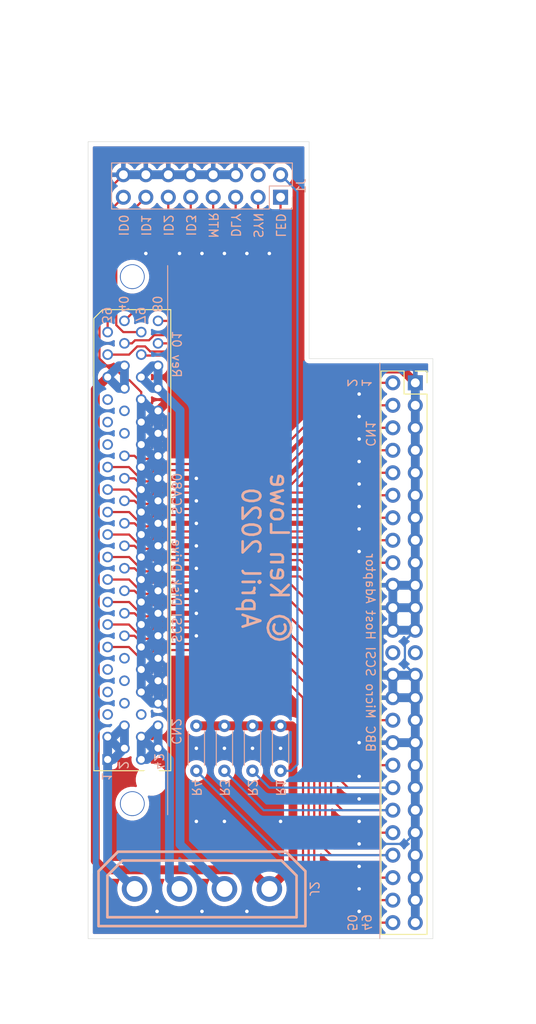
<source format=kicad_pcb>
(kicad_pcb (version 20171130) (host pcbnew "(5.1.5)-3")
  (layers (0 F.Cu signal hide) (31 B.Cu signal hide) (34 B.Paste user) (35 F.Paste user) (36 B.SilkS user) (37 F.SilkS user) (38 B.Mask user) (39 F.Mask user) (44 Edge.Cuts user))
  (net 0 "")
  (net 1 GND)
  (net 2 "Net-(CN2-Pad33)")
  (net 3 "Net-(CN2-Pad32)")
  (net 4 "Net-(CN2-Pad31)")
  (net 5 "Net-(CN2-Pad10)")
  (net 6 "Net-(CN2-Pad30)")
  (net 7 "Net-(CN2-Pad9)")
  (net 8 "Net-(CN2-Pad29)")
  (net 9 "Net-(CN2-Pad8)")
  (net 10 "Net-(CN2-Pad7)")
  (net 11 "Net-(CN2-Pad6)")
  (net 12 "Net-(CN2-Pad5)")
  (net 13 "Net-(CN2-Pad45)")
  (net 14 /I~O)
  (net 15 /~REQ)
  (net 16 /C~D)
  (net 17 /~SEL)
  (net 18 /~MSG)
  (net 19 /~RST)
  (net 20 /~ACK)
  (net 21 /~BSY)
  (net 22 /~ATN)
  (net 23 /TPWR)
  (net 24 "Net-(CN1-Pad25)")
  (net 25 /DBP)
  (net 26 /DB7)
  (net 27 /DB6)
  (net 28 /DB5)
  (net 29 /DB4)
  (net 30 /DB3)
  (net 31 /DB2)
  (net 32 /DB1)
  (net 33 /DB0)
  (net 34 +5V)
  (net 35 /ID0)
  (net 36 /ID2)
  (net 37 /ID1)
  (net 38 /ID3)
  (net 39 /SYN)
  (net 40 /MTR)
  (net 41 /LED)
  (net 42 /DLY)
  (net 43 /GND5)
  (net 44 +12V)
  (net 45 /GND12)
  (net 46 "Net-(J1-Pad4)")
  (net 47 "Net-(J1-Pad2)")
  (module SCSIConnector:TE_787311-4 (layer F.Cu) (at 175 80 270)
    (fp_text reference CN2 (at 21.6 -4.959 270 unlocked) (layer B.SilkS) (effects (justify mirror)))
    (fp_text value "SCSI Disk Drive")
    (pad 39 thru_hole circle (at -23.495 2.789 270) (size 1.2 1.2) (drill 0.8) (layers *.Cu *.Mask) (net 35 /ID0))
    (pad 40 thru_hole circle (at -24.765 0.889 270) (size 1.2 1.2) (drill 0.8) (layers *.Cu *.Mask) (net 36 /ID2))
    (pad 79 thru_hole circle (at -23.495 -1.011 270) (size 1.2 1.2) (drill 0.8) (layers *.Cu *.Mask) (net 37 /ID1))
    (pad 80 thru_hole circle (at -24.765 -2.911 270) (size 1.2 1.2) (drill 0.8) (layers *.Cu *.Mask) (net 38 /ID3))
    (pad 37 thru_hole circle (at -20.955 2.789 270) (size 1.2 1.2) (drill 0.8) (layers *.Cu *.Mask) (net 39 /SYN))
    (pad 38 thru_hole circle (at -22.225 0.889 270) (size 1.2 1.2) (drill 0.8) (layers *.Cu *.Mask) (net 40 /MTR))
    (pad 77 thru_hole circle (at -20.955 -1.011 270) (size 1.2 1.2) (drill 0.8) (layers *.Cu *.Mask) (net 41 /LED))
    (pad 78 thru_hole circle (at -22.225 -2.911 270) (size 1.2 1.2) (drill 0.8) (layers *.Cu *.Mask) (net 42 /DLY))
    (pad 35 thru_hole circle (at -18.415 2.789 270) (size 1.2 1.2) (drill 0.8) (layers *.Cu *.Mask) (net 34 +5V))
    (pad 36 thru_hole circle (at -19.685 0.889 270) (size 1.2 1.2) (drill 0.8) (layers *.Cu *.Mask) (net 34 +5V))
    (pad 75 thru_hole circle (at -18.415 -1.011 270) (size 1.2 1.2) (drill 0.8) (layers *.Cu *.Mask) (net 43 /GND5))
    (pad 76 thru_hole circle (at -19.685 -2.911 270) (size 1.2 1.2) (drill 0.8) (layers *.Cu *.Mask) (net 43 /GND5))
    (pad 33 thru_hole circle (at -15.875 2.789 270) (size 1.2 1.2) (drill 0.8) (layers *.Cu *.Mask) (net 2 "Net-(CN2-Pad33)"))
    (pad 34 thru_hole circle (at -17.145 0.889 270) (size 1.2 1.2) (drill 0.8) (layers *.Cu *.Mask) (net 34 +5V))
    (pad 73 thru_hole circle (at -15.875 -1.011 270) (size 1.2 1.2) (drill 0.8) (layers *.Cu *.Mask) (net 1 GND))
    (pad 74 thru_hole circle (at -17.145 -2.911 270) (size 1.2 1.2) (drill 0.8) (layers *.Cu *.Mask) (net 43 /GND5))
    (pad 31 thru_hole circle (at -13.335 2.789 270) (size 1.2 1.2) (drill 0.8) (layers *.Cu *.Mask) (net 4 "Net-(CN2-Pad31)"))
    (pad 32 thru_hole circle (at -14.605 0.889 270) (size 1.2 1.2) (drill 0.8) (layers *.Cu *.Mask) (net 3 "Net-(CN2-Pad32)"))
    (pad 71 thru_hole circle (at -13.335 -1.011 270) (size 1.2 1.2) (drill 0.8) (layers *.Cu *.Mask) (net 1 GND))
    (pad 72 thru_hole circle (at -14.605 -2.911 270) (size 1.2 1.2) (drill 0.8) (layers *.Cu *.Mask) (net 1 GND))
    (pad 29 thru_hole circle (at -10.795 2.789 270) (size 1.2 1.2) (drill 0.8) (layers *.Cu *.Mask) (net 8 "Net-(CN2-Pad29)"))
    (pad 30 thru_hole circle (at -12.065 0.889 270) (size 1.2 1.2) (drill 0.8) (layers *.Cu *.Mask) (net 6 "Net-(CN2-Pad30)"))
    (pad 69 thru_hole circle (at -10.795 -1.011 270) (size 1.2 1.2) (drill 0.8) (layers *.Cu *.Mask) (net 1 GND))
    (pad 70 thru_hole circle (at -12.065 -2.911 270) (size 1.2 1.2) (drill 0.8) (layers *.Cu *.Mask) (net 1 GND))
    (pad 27 thru_hole circle (at -8.255 2.789 270) (size 1.2 1.2) (drill 0.8) (layers *.Cu *.Mask) (net 32 /DB1))
    (pad 28 thru_hole circle (at -9.525 0.889 270) (size 1.2 1.2) (drill 0.8) (layers *.Cu *.Mask) (net 33 /DB0))
    (pad 67 thru_hole circle (at -8.255 -1.011 270) (size 1.2 1.2) (drill 0.8) (layers *.Cu *.Mask) (net 1 GND))
    (pad 68 thru_hole circle (at -9.525 -2.911 270) (size 1.2 1.2) (drill 0.8) (layers *.Cu *.Mask) (net 1 GND))
    (pad 25 thru_hole circle (at -5.715 2.789 270) (size 1.2 1.2) (drill 0.8) (layers *.Cu *.Mask) (net 30 /DB3))
    (pad 26 thru_hole circle (at -6.985 0.889 270) (size 1.2 1.2) (drill 0.8) (layers *.Cu *.Mask) (net 31 /DB2))
    (pad 65 thru_hole circle (at -5.715 -1.011 270) (size 1.2 1.2) (drill 0.8) (layers *.Cu *.Mask) (net 1 GND))
    (pad 66 thru_hole circle (at -6.985 -2.911 270) (size 1.2 1.2) (drill 0.8) (layers *.Cu *.Mask) (net 1 GND))
    (pad 23 thru_hole circle (at -3.175 2.789 270) (size 1.2 1.2) (drill 0.8) (layers *.Cu *.Mask) (net 28 /DB5))
    (pad 24 thru_hole circle (at -4.445 0.889 270) (size 1.2 1.2) (drill 0.8) (layers *.Cu *.Mask) (net 29 /DB4))
    (pad 63 thru_hole circle (at -3.175 -1.011 270) (size 1.2 1.2) (drill 0.8) (layers *.Cu *.Mask) (net 1 GND))
    (pad 64 thru_hole circle (at -4.445 -2.911 270) (size 1.2 1.2) (drill 0.8) (layers *.Cu *.Mask) (net 1 GND))
    (pad 21 thru_hole circle (at -0.635 2.789 270) (size 1.2 1.2) (drill 0.8) (layers *.Cu *.Mask) (net 26 /DB7))
    (pad 22 thru_hole circle (at -1.905 0.889 270) (size 1.2 1.2) (drill 0.8) (layers *.Cu *.Mask) (net 27 /DB6))
    (pad 61 thru_hole circle (at -0.635 -1.011 270) (size 1.2 1.2) (drill 0.8) (layers *.Cu *.Mask) (net 1 GND))
    (pad 62 thru_hole circle (at -1.905 -2.911 270) (size 1.2 1.2) (drill 0.8) (layers *.Cu *.Mask) (net 1 GND))
    (pad 19 thru_hole circle (at 1.905 2.789 270) (size 1.2 1.2) (drill 0.8) (layers *.Cu *.Mask) (net 22 /~ATN))
    (pad 20 thru_hole circle (at 0.635 0.889 270) (size 1.2 1.2) (drill 0.8) (layers *.Cu *.Mask) (net 25 /DBP))
    (pad 59 thru_hole circle (at 1.905 -1.011 270) (size 1.2 1.2) (drill 0.8) (layers *.Cu *.Mask) (net 1 GND))
    (pad 60 thru_hole circle (at 0.635 -2.911 270) (size 1.2 1.2) (drill 0.8) (layers *.Cu *.Mask) (net 1 GND))
    (pad 17 thru_hole circle (at 4.445 2.789 270) (size 1.2 1.2) (drill 0.8) (layers *.Cu *.Mask) (net 20 /~ACK))
    (pad 18 thru_hole circle (at 3.175 0.889 270) (size 1.2 1.2) (drill 0.8) (layers *.Cu *.Mask) (net 21 /~BSY))
    (pad 57 thru_hole circle (at 4.445 -1.011 270) (size 1.2 1.2) (drill 0.8) (layers *.Cu *.Mask) (net 1 GND))
    (pad 58 thru_hole circle (at 3.175 -2.911 270) (size 1.2 1.2) (drill 0.8) (layers *.Cu *.Mask) (net 1 GND))
    (pad 15 thru_hole circle (at 6.985 2.789 270) (size 1.2 1.2) (drill 0.8) (layers *.Cu *.Mask) (net 18 /~MSG))
    (pad 16 thru_hole circle (at 5.715 0.889 270) (size 1.2 1.2) (drill 0.8) (layers *.Cu *.Mask) (net 19 /~RST))
    (pad 55 thru_hole circle (at 6.985 -1.011 270) (size 1.2 1.2) (drill 0.8) (layers *.Cu *.Mask) (net 1 GND))
    (pad 56 thru_hole circle (at 5.715 -2.911 270) (size 1.2 1.2) (drill 0.8) (layers *.Cu *.Mask) (net 1 GND))
    (pad 13 thru_hole circle (at 9.525 2.789 270) (size 1.2 1.2) (drill 0.8) (layers *.Cu *.Mask) (net 16 /C~D))
    (pad 14 thru_hole circle (at 8.255 0.889 270) (size 1.2 1.2) (drill 0.8) (layers *.Cu *.Mask) (net 17 /~SEL))
    (pad 53 thru_hole circle (at 9.525 -1.011 270) (size 1.2 1.2) (drill 0.8) (layers *.Cu *.Mask) (net 1 GND))
    (pad 54 thru_hole circle (at 8.255 -2.911 270) (size 1.2 1.2) (drill 0.8) (layers *.Cu *.Mask) (net 1 GND))
    (pad 11 thru_hole circle (at 12.065 2.789 270) (size 1.2 1.2) (drill 0.8) (layers *.Cu *.Mask) (net 14 /I~O))
    (pad 12 thru_hole circle (at 10.795 0.889 270) (size 1.2 1.2) (drill 0.8) (layers *.Cu *.Mask) (net 15 /~REQ))
    (pad 51 thru_hole circle (at 12.065 -1.011 270) (size 1.2 1.2) (drill 0.8) (layers *.Cu *.Mask) (net 1 GND))
    (pad 52 thru_hole circle (at 10.795 -2.911 270) (size 1.2 1.2) (drill 0.8) (layers *.Cu *.Mask) (net 1 GND))
    (pad 9 thru_hole circle (at 14.605 2.789 270) (size 1.2 1.2) (drill 0.8) (layers *.Cu *.Mask) (net 7 "Net-(CN2-Pad9)"))
    (pad 10 thru_hole circle (at 13.335 0.889 270) (size 1.2 1.2) (drill 0.8) (layers *.Cu *.Mask) (net 5 "Net-(CN2-Pad10)"))
    (pad 49 thru_hole circle (at 14.605 -1.011 270) (size 1.2 1.2) (drill 0.8) (layers *.Cu *.Mask) (net 1 GND))
    (pad 50 thru_hole circle (at 13.335 -2.911 270) (size 1.2 1.2) (drill 0.8) (layers *.Cu *.Mask) (net 1 GND))
    (pad 7 thru_hole circle (at 17.145 2.789 270) (size 1.2 1.2) (drill 0.8) (layers *.Cu *.Mask) (net 10 "Net-(CN2-Pad7)"))
    (pad 8 thru_hole circle (at 15.875 0.889 270) (size 1.2 1.2) (drill 0.8) (layers *.Cu *.Mask) (net 9 "Net-(CN2-Pad8)"))
    (pad 47 thru_hole circle (at 17.145 -1.011 270) (size 1.2 1.2) (drill 0.8) (layers *.Cu *.Mask) (net 1 GND))
    (pad 48 thru_hole circle (at 15.875 -2.911 270) (size 1.2 1.2) (drill 0.8) (layers *.Cu *.Mask) (net 1 GND))
    (pad 5 thru_hole circle (at 19.685 2.789 270) (size 1.2 1.2) (drill 0.8) (layers *.Cu *.Mask) (net 12 "Net-(CN2-Pad5)"))
    (pad 6 thru_hole circle (at 18.415 0.889 270) (size 1.2 1.2) (drill 0.8) (layers *.Cu *.Mask) (net 11 "Net-(CN2-Pad6)"))
    (pad 45 thru_hole circle (at 19.685 -1.011 270) (size 1.2 1.2) (drill 0.8) (layers *.Cu *.Mask) (net 13 "Net-(CN2-Pad45)"))
    (pad 46 thru_hole circle (at 18.415 -2.911 270) (size 1.2 1.2) (drill 0.8) (layers *.Cu *.Mask) (net 1 GND))
    (pad 3 thru_hole circle (at 22.225 2.789 270) (size 1.2 1.2) (drill 0.8) (layers *.Cu *.Mask) (net 44 +12V))
    (pad 4 thru_hole circle (at 20.955 0.889 270) (size 1.2 1.2) (drill 0.8) (layers *.Cu *.Mask) (net 44 +12V))
    (pad 43 thru_hole circle (at 22.225 -1.011 270) (size 1.2 1.2) (drill 0.8) (layers *.Cu *.Mask) (net 45 /GND12))
    (pad 44 thru_hole circle (at 20.955 -2.911 270) (size 1.2 1.2) (drill 0.8) (layers *.Cu *.Mask) (net 45 /GND12))
    (pad 1 thru_hole rect (at 24.765 2.789 270) (size 1.2 1.2) (drill 0.8) (layers *.Cu *.Mask) (net 44 +12V))
    (pad 2 thru_hole circle (at 23.495 0.889 270) (size 1.2 1.2) (drill 0.8) (layers *.Cu *.Mask) (net 44 +12V))
    (pad 41 thru_hole circle (at 24.765 -1.011 270) (size 1.2 1.2) (drill 0.8) (layers *.Cu *.Mask) (net 45 /GND12))
    (pad 42 thru_hole circle (at 23.495 -2.911 270) (size 1.2 1.2) (drill 0.8) (layers *.Cu *.Mask) (net 45 /GND12))
    (pad "" thru_hole circle (at 29.755 0 270) (size 2.8 2.8) (drill 2.6) (layers *.Cu *.Mask))
    (pad "" thru_hole circle (at -29.755 0 270) (size 2.8 2.8) (drill 2.6) (layers *.Cu *.Mask))
    (pad "" np_thru_hole circle (at 27.055 -2.2 270) (size 2.6 2.6) (drill 2.6) (layers *.Cu *.Mask))
  )
  (module Connector_PinSocket_2.54mm:PinSocket_2x25_P2.54mm_Vertical (layer F.Cu) (at 207.01 62.23)
    (fp_text reference CN1 (at -5.08 5.715 270 unlocked) (layer B.SilkS) (effects (justify mirror)))
    (fp_text value "SCSI Host Adaptor")
    (pad 50 thru_hole oval (at -2.54 60.96) (size 1.7 1.7) (drill 1) (layers *.Cu *.Mask) (net 14 /I~O))
    (pad 49 thru_hole oval (at 0 60.96) (size 1.7 1.7) (drill 1) (layers *.Cu *.Mask) (net 1 GND))
    (pad 48 thru_hole oval (at -2.54 58.42) (size 1.7 1.7) (drill 1) (layers *.Cu *.Mask) (net 15 /~REQ))
    (pad 47 thru_hole oval (at 0 58.42) (size 1.7 1.7) (drill 1) (layers *.Cu *.Mask) (net 1 GND))
    (pad 46 thru_hole oval (at -2.54 55.88) (size 1.7 1.7) (drill 1) (layers *.Cu *.Mask) (net 16 /C~D))
    (pad 45 thru_hole oval (at 0 55.88) (size 1.7 1.7) (drill 1) (layers *.Cu *.Mask) (net 1 GND))
    (pad 44 thru_hole oval (at -2.54 53.34) (size 1.7 1.7) (drill 1) (layers *.Cu *.Mask) (net 17 /~SEL))
    (pad 43 thru_hole oval (at 0 53.34) (size 1.7 1.7) (drill 1) (layers *.Cu *.Mask) (net 1 GND))
    (pad 42 thru_hole oval (at -2.54 50.8) (size 1.7 1.7) (drill 1) (layers *.Cu *.Mask) (net 18 /~MSG))
    (pad 41 thru_hole oval (at 0 50.8) (size 1.7 1.7) (drill 1) (layers *.Cu *.Mask) (net 1 GND))
    (pad 40 thru_hole oval (at -2.54 48.26) (size 1.7 1.7) (drill 1) (layers *.Cu *.Mask) (net 19 /~RST))
    (pad 39 thru_hole oval (at 0 48.26) (size 1.7 1.7) (drill 1) (layers *.Cu *.Mask) (net 1 GND))
    (pad 38 thru_hole oval (at -2.54 45.72) (size 1.7 1.7) (drill 1) (layers *.Cu *.Mask) (net 20 /~ACK))
    (pad 37 thru_hole oval (at 0 45.72) (size 1.7 1.7) (drill 1) (layers *.Cu *.Mask) (net 1 GND))
    (pad 36 thru_hole oval (at -2.54 43.18) (size 1.7 1.7) (drill 1) (layers *.Cu *.Mask) (net 21 /~BSY))
    (pad 35 thru_hole oval (at 0 43.18) (size 1.7 1.7) (drill 1) (layers *.Cu *.Mask) (net 1 GND))
    (pad 34 thru_hole oval (at -2.54 40.64) (size 1.7 1.7) (drill 1) (layers *.Cu *.Mask) (net 1 GND))
    (pad 33 thru_hole oval (at 0 40.64) (size 1.7 1.7) (drill 1) (layers *.Cu *.Mask) (net 1 GND))
    (pad 32 thru_hole oval (at -2.54 38.1) (size 1.7 1.7) (drill 1) (layers *.Cu *.Mask) (net 22 /~ATN))
    (pad 31 thru_hole oval (at 0 38.1) (size 1.7 1.7) (drill 1) (layers *.Cu *.Mask) (net 1 GND))
    (pad 30 thru_hole oval (at -2.54 35.56) (size 1.7 1.7) (drill 1) (layers *.Cu *.Mask) (net 1 GND))
    (pad 29 thru_hole oval (at 0 35.56) (size 1.7 1.7) (drill 1) (layers *.Cu *.Mask) (net 1 GND))
    (pad 28 thru_hole oval (at -2.54 33.02) (size 1.7 1.7) (drill 1) (layers *.Cu *.Mask) (net 1 GND))
    (pad 27 thru_hole oval (at 0 33.02) (size 1.7 1.7) (drill 1) (layers *.Cu *.Mask) (net 1 GND))
    (pad 26 thru_hole oval (at -2.54 30.48) (size 1.7 1.7) (drill 1) (layers *.Cu *.Mask) (net 23 /TPWR))
    (pad 25 thru_hole oval (at 0 30.48) (size 1.7 1.7) (drill 1) (layers *.Cu *.Mask) (net 24 "Net-(CN1-Pad25)"))
    (pad 24 thru_hole oval (at -2.54 27.94) (size 1.7 1.7) (drill 1) (layers *.Cu *.Mask) (net 1 GND))
    (pad 23 thru_hole oval (at 0 27.94) (size 1.7 1.7) (drill 1) (layers *.Cu *.Mask) (net 1 GND))
    (pad 22 thru_hole oval (at -2.54 25.4) (size 1.7 1.7) (drill 1) (layers *.Cu *.Mask) (net 1 GND))
    (pad 21 thru_hole oval (at 0 25.4) (size 1.7 1.7) (drill 1) (layers *.Cu *.Mask) (net 1 GND))
    (pad 20 thru_hole oval (at -2.54 22.86) (size 1.7 1.7) (drill 1) (layers *.Cu *.Mask) (net 1 GND))
    (pad 19 thru_hole oval (at 0 22.86) (size 1.7 1.7) (drill 1) (layers *.Cu *.Mask) (net 1 GND))
    (pad 18 thru_hole oval (at -2.54 20.32) (size 1.7 1.7) (drill 1) (layers *.Cu *.Mask) (net 25 /DBP))
    (pad 17 thru_hole oval (at 0 20.32) (size 1.7 1.7) (drill 1) (layers *.Cu *.Mask) (net 1 GND))
    (pad 16 thru_hole oval (at -2.54 17.78) (size 1.7 1.7) (drill 1) (layers *.Cu *.Mask) (net 26 /DB7))
    (pad 15 thru_hole oval (at 0 17.78) (size 1.7 1.7) (drill 1) (layers *.Cu *.Mask) (net 1 GND))
    (pad 14 thru_hole oval (at -2.54 15.24) (size 1.7 1.7) (drill 1) (layers *.Cu *.Mask) (net 27 /DB6))
    (pad 13 thru_hole oval (at 0 15.24) (size 1.7 1.7) (drill 1) (layers *.Cu *.Mask) (net 1 GND))
    (pad 12 thru_hole oval (at -2.54 12.7) (size 1.7 1.7) (drill 1) (layers *.Cu *.Mask) (net 28 /DB5))
    (pad 11 thru_hole oval (at 0 12.7) (size 1.7 1.7) (drill 1) (layers *.Cu *.Mask) (net 1 GND))
    (pad 10 thru_hole oval (at -2.54 10.16) (size 1.7 1.7) (drill 1) (layers *.Cu *.Mask) (net 29 /DB4))
    (pad 9 thru_hole oval (at 0 10.16) (size 1.7 1.7) (drill 1) (layers *.Cu *.Mask) (net 1 GND))
    (pad 8 thru_hole oval (at -2.54 7.62) (size 1.7 1.7) (drill 1) (layers *.Cu *.Mask) (net 30 /DB3))
    (pad 7 thru_hole oval (at 0 7.62) (size 1.7 1.7) (drill 1) (layers *.Cu *.Mask) (net 1 GND))
    (pad 6 thru_hole oval (at -2.54 5.08) (size 1.7 1.7) (drill 1) (layers *.Cu *.Mask) (net 31 /DB2))
    (pad 5 thru_hole oval (at 0 5.08) (size 1.7 1.7) (drill 1) (layers *.Cu *.Mask) (net 1 GND))
    (pad 4 thru_hole oval (at -2.54 2.54) (size 1.7 1.7) (drill 1) (layers *.Cu *.Mask) (net 32 /DB1))
    (pad 3 thru_hole oval (at 0 2.54) (size 1.7 1.7) (drill 1) (layers *.Cu *.Mask) (net 1 GND))
    (pad 2 thru_hole oval (at -2.54 0) (size 1.7 1.7) (drill 1) (layers *.Cu *.Mask) (net 33 /DB0))
    (pad 1 thru_hole rect (at 0 0) (size 1.7 1.7) (drill 1) (layers *.Cu *.Mask) (net 1 GND))
  )
  (module w_conn_pc:conn_hdd_15-24-4449 (layer B.Cu) (at 182.88 119.38)
    (fp_text reference J2 (at 12.7 0 270 unlocked) (layer B.SilkS) (effects (justify mirror)))
    (fp_text value Conn_01x04 hide)
    (pad 4 thru_hole circle (at 7.62 0) (size 2.9 2.9) (drill 1.8) (layers *.Cu *.Mask) (net 34 +5V))
    (pad 3 thru_hole circle (at 2.54 0) (size 2.9 2.9) (drill 1.8) (layers *.Cu *.Mask) (net 43 /GND5))
    (pad 2 thru_hole circle (at -2.54 0) (size 2.9 2.9) (drill 1.8) (layers *.Cu *.Mask) (net 45 /GND12))
    (pad 1 thru_hole circle (at -7.62 0) (size 2.9 2.9) (drill 1.8) (layers *.Cu *.Mask) (net 44 +12V))
  )
  (module Resistor_THT:R_Axial_DIN0204_L3.6mm_D1.6mm_P5.08mm_Horizontal (layer B.Cu) (at 182.245 100.965 270)
    (fp_text reference R4 (at 6.985 0 270 unlocked) (layer B.SilkS) (effects (justify mirror)))
    (fp_text value 2K2)
    (pad 2 thru_hole oval (at 5.08 0 270) (size 1.4 1.4) (drill 0.7) (layers *.Cu *.Mask) (net 17 /~SEL))
    (pad 1 thru_hole circle (at 0 0 270) (size 1.4 1.4) (drill 0.7) (layers *.Cu *.Mask) (net 34 +5V))
  )
  (module Resistor_THT:R_Axial_DIN0204_L3.6mm_D1.6mm_P5.08mm_Horizontal (layer B.Cu) (at 185.42 100.965 270)
    (fp_text reference R3 (at 6.985 0 270 unlocked) (layer B.SilkS) (effects (justify mirror)))
    (fp_text value 2K2)
    (pad 2 thru_hole oval (at 5.08 0 270) (size 1.4 1.4) (drill 0.7) (layers *.Cu *.Mask) (net 19 /~RST))
    (pad 1 thru_hole circle (at 0 0 270) (size 1.4 1.4) (drill 0.7) (layers *.Cu *.Mask) (net 34 +5V))
  )
  (module Resistor_THT:R_Axial_DIN0204_L3.6mm_D1.6mm_P5.08mm_Horizontal (layer B.Cu) (at 188.595 100.965 270)
    (fp_text reference R2 (at 6.985 0 270 unlocked) (layer B.SilkS) (effects (justify mirror)))
    (fp_text value 2K2)
    (pad 2 thru_hole oval (at 5.08 0 270) (size 1.4 1.4) (drill 0.7) (layers *.Cu *.Mask) (net 20 /~ACK))
    (pad 1 thru_hole circle (at 0 0 270) (size 1.4 1.4) (drill 0.7) (layers *.Cu *.Mask) (net 34 +5V))
  )
  (module Resistor_THT:R_Axial_DIN0204_L3.6mm_D1.6mm_P5.08mm_Horizontal (layer B.Cu) (at 191.77 100.965 270)
    (fp_text reference R1 (at 6.985 0 270 unlocked) (layer B.SilkS) (effects (justify mirror)))
    (fp_text value 2K2)
    (pad 2 thru_hole oval (at 5.08 0 270) (size 1.4 1.4) (drill 0.7) (layers *.Cu *.Mask) (net 47 "Net-(J1-Pad2)"))
    (pad 1 thru_hole circle (at 0 0 270) (size 1.4 1.4) (drill 0.7) (layers *.Cu *.Mask) (net 34 +5V))
  )
  (module Connector_PinHeader_2.54mm:PinHeader_2x08_P2.54mm_Vertical (layer B.Cu) (at 191.77 41.275 90)
    (fp_text reference J1 (at 1.27 2.33 -90) (layer B.SilkS) (effects (justify mirror)))
    (fp_text value Conn_02x08_Odd_Even)
    (pad 16 thru_hole oval (at 2.54 -17.78 90) (size 1.7 1.7) (drill 1) (layers *.Cu *.Mask) (net 1 GND))
    (pad 15 thru_hole oval (at 0 -17.78 90) (size 1.7 1.7) (drill 1) (layers *.Cu *.Mask) (net 35 /ID0))
    (pad 14 thru_hole oval (at 2.54 -15.24 90) (size 1.7 1.7) (drill 1) (layers *.Cu *.Mask) (net 1 GND))
    (pad 13 thru_hole oval (at 0 -15.24 90) (size 1.7 1.7) (drill 1) (layers *.Cu *.Mask) (net 37 /ID1))
    (pad 12 thru_hole oval (at 2.54 -12.7 90) (size 1.7 1.7) (drill 1) (layers *.Cu *.Mask) (net 1 GND))
    (pad 11 thru_hole oval (at 0 -12.7 90) (size 1.7 1.7) (drill 1) (layers *.Cu *.Mask) (net 36 /ID2))
    (pad 10 thru_hole oval (at 2.54 -10.16 90) (size 1.7 1.7) (drill 1) (layers *.Cu *.Mask) (net 1 GND))
    (pad 9 thru_hole oval (at 0 -10.16 90) (size 1.7 1.7) (drill 1) (layers *.Cu *.Mask) (net 38 /ID3))
    (pad 8 thru_hole oval (at 2.54 -7.62 90) (size 1.7 1.7) (drill 1) (layers *.Cu *.Mask) (net 1 GND))
    (pad 7 thru_hole oval (at 0 -7.62 90) (size 1.7 1.7) (drill 1) (layers *.Cu *.Mask) (net 40 /MTR))
    (pad 6 thru_hole oval (at 2.54 -5.08 90) (size 1.7 1.7) (drill 1) (layers *.Cu *.Mask) (net 1 GND))
    (pad 5 thru_hole oval (at 0 -5.08 90) (size 1.7 1.7) (drill 1) (layers *.Cu *.Mask) (net 42 /DLY))
    (pad 4 thru_hole oval (at 2.54 -2.54 90) (size 1.7 1.7) (drill 1) (layers *.Cu *.Mask) (net 46 "Net-(J1-Pad4)"))
    (pad 3 thru_hole oval (at 0 -2.54 90) (size 1.7 1.7) (drill 1) (layers *.Cu *.Mask) (net 39 /SYN))
    (pad 2 thru_hole oval (at 2.54 0 90) (size 1.7 1.7) (drill 1) (layers *.Cu *.Mask) (net 47 "Net-(J1-Pad2)"))
    (pad 1 thru_hole rect (at 0 0 90) (size 1.7 1.7) (drill 1) (layers *.Cu *.Mask) (net 41 /LED))
  )
  (gr_line (start 195 59.5) (end 209 59.5) (layer Edge.Cuts) (width 0.05))
  (gr_text "Rev 01" (at 180 59 270) (layer B.SilkS) (effects (font (size 1 1)) (justify mirror)))
  (gr_text "© Ken Lowe\nApril 2020" (at 190 82 270) (layer B.SilkS) (effects (font (size 2 2) (thickness 0.3)) (justify mirror)))
  (gr_text "SCSI Disk Drive - SCA80" (at 180 82 270) (layer B.SilkS) (effects (font (size 1 1)) (justify mirror)))
  (gr_line (start 179 49) (end 179 111) (layer B.SilkS) (width 0.12))
  (gr_text 42 (at 178 105 270) (layer B.SilkS) (effects (font (size 1 1)) (justify mirror)))
  (gr_text 40 (at 173.99 53.34 270) (layer B.SilkS) (effects (font (size 1 1)) (justify mirror)))
  (gr_text 39 (at 172.085 54.61 270) (layer B.SilkS) (effects (font (size 1 1)) (justify mirror)))
  (gr_text 80 (at 177.8 53.34 270) (layer B.SilkS) (effects (font (size 1 1)) (justify mirror)))
  (gr_text 79 (at 175.895 54.61 270) (layer B.SilkS) (effects (font (size 1 1)) (justify mirror)))
  (gr_text 2 (at 173.99 105.41 270) (layer B.SilkS) (effects (font (size 1 1)) (justify mirror)))
  (gr_text 1 (at 172.085 106.68 270) (layer B.SilkS) (effects (font (size 1 1)) (justify mirror)))
  (gr_text "49\n50" (at 200.66 123.19 270) (layer B.SilkS) (effects (font (size 1 1)) (justify mirror)))
  (gr_text "1\n2" (at 200.66 62.23 270) (layer B.SilkS) (effects (font (size 1 1)) (justify mirror)))
  (gr_text "BBC Micro SCSI Host Adaptor" (at 201.93 92.71 270) (layer B.SilkS) (effects (font (size 1 1)) (justify mirror)))
  (gr_line (start 203 60) (end 203 125) (layer B.SilkS) (width 0.12))
  (gr_text ID0 (at 173.99 44.45 270) (layer B.SilkS) (effects (font (size 1 1)) (justify mirror)))
  (gr_text ID1 (at 176.53 44.45 270) (layer B.SilkS) (effects (font (size 1 1)) (justify mirror)))
  (gr_text ID2 (at 179.07 44.45 270) (layer B.SilkS) (effects (font (size 1 1)) (justify mirror)))
  (gr_text ID3 (at 181.61 44.45 270) (layer B.SilkS) (effects (font (size 1 1)) (justify mirror)))
  (gr_text MTR (at 184.15 44.45 270) (layer B.SilkS) (effects (font (size 1 1)) (justify mirror)))
  (gr_text DLY (at 186.69 44.45 270) (layer B.SilkS) (effects (font (size 1 1)) (justify mirror)))
  (gr_text SYN (at 189.23 44.45 270) (layer B.SilkS) (effects (font (size 1 1)) (justify mirror)))
  (gr_text LED (at 191.77 44.45 270) (layer B.SilkS) (effects (font (size 1 1)) (justify mirror)))
  (gr_line (start 195 35) (end 195 59.5) (layer Edge.Cuts) (width 0.05))
  (gr_line (start 170 125) (end 170 35) (layer Edge.Cuts) (width 0.05))
  (gr_line (start 209 125) (end 170 125) (layer Edge.Cuts) (width 0.05))
  (gr_line (start 209 59.5) (end 209 125) (layer Edge.Cuts) (width 0.05))
  (gr_line (start 170 35) (end 195 35) (layer Edge.Cuts) (width 0.05))
  (segment (start 176.011 63.276472) (end 176.011 64.125) (width 0.25) (layer F.Cu) (net 1))
  (segment (start 205.834999 94.074999) (end 206.160001 94.400001) (width 0.25) (layer B.Cu) (net 1))
  (segment (start 206.160001 94.400001) (end 207.01 95.25) (width 0.25) (layer B.Cu) (net 1))
  (segment (start 205.834999 91.345001) (end 205.834999 94.074999) (width 0.25) (layer B.Cu) (net 1))
  (segment (start 207.01 90.17) (end 205.834999 91.345001) (width 0.25) (layer B.Cu) (net 1))
  (segment (start 173.99 38.735) (end 171.285999 41.439001) (width 0.25) (layer F.Cu) (net 1))
  (via (at 190.5 47.625) (size 0.8) (drill 0.4) (layers F.Cu B.Cu) (net 1))
  (via (at 187.96 47.625) (size 0.8) (drill 0.4) (layers F.Cu B.Cu) (net 1))
  (via (at 185.42 47.625) (size 0.8) (drill 0.4) (layers F.Cu B.Cu) (net 1))
  (via (at 182.88 47.625) (size 0.8) (drill 0.4) (layers F.Cu B.Cu) (net 1))
  (via (at 180.34 47.625) (size 0.8) (drill 0.4) (layers F.Cu B.Cu) (net 1))
  (via (at 176.53 47.625) (size 0.8) (drill 0.4) (layers F.Cu B.Cu) (net 1))
  (via (at 182.245 103.505) (size 0.8) (drill 0.4) (layers F.Cu B.Cu) (net 1))
  (via (at 185.42 103.505) (size 0.8) (drill 0.4) (layers F.Cu B.Cu) (net 1))
  (via (at 188.595 103.505) (size 0.8) (drill 0.4) (layers F.Cu B.Cu) (net 1))
  (via (at 191.77 103.505) (size 0.8) (drill 0.4) (layers F.Cu B.Cu) (net 1))
  (via (at 182.245 111.76) (size 0.8) (drill 0.4) (layers F.Cu B.Cu) (net 1))
  (via (at 185.42 111.76) (size 0.8) (drill 0.4) (layers F.Cu B.Cu) (net 1))
  (via (at 200.66 121.92) (size 0.8) (drill 0.4) (layers F.Cu B.Cu) (net 1))
  (via (at 200.66 119.38) (size 0.8) (drill 0.4) (layers F.Cu B.Cu) (net 1))
  (via (at 200.66 116.84) (size 0.8) (drill 0.4) (layers F.Cu B.Cu) (net 1))
  (via (at 200.66 109.22) (size 0.8) (drill 0.4) (layers F.Cu B.Cu) (net 1))
  (via (at 200.66 106.68) (size 0.8) (drill 0.4) (layers F.Cu B.Cu) (net 1))
  (via (at 200.66 102.87) (size 0.8) (drill 0.4) (layers F.Cu B.Cu) (net 1))
  (via (at 191.77 111.76) (size 0.8) (drill 0.4) (layers F.Cu B.Cu) (net 1))
  (via (at 200.66 111.76) (size 0.8) (drill 0.4) (layers F.Cu B.Cu) (net 1))
  (via (at 200.66 114.3) (size 0.8) (drill 0.4) (layers F.Cu B.Cu) (net 1))
  (segment (start 205.74 114.3) (end 200.66 114.3) (width 0.25) (layer B.Cu) (net 1))
  (segment (start 207.01 113.03) (end 205.74 114.3) (width 0.25) (layer B.Cu) (net 1))
  (via (at 200.66 81.28) (size 0.8) (drill 0.4) (layers F.Cu B.Cu) (net 1))
  (via (at 200.66 78.74) (size 0.8) (drill 0.4) (layers F.Cu B.Cu) (net 1))
  (via (at 200.66 76.2) (size 0.8) (drill 0.4) (layers F.Cu B.Cu) (net 1))
  (via (at 200.66 73.66) (size 0.8) (drill 0.4) (layers F.Cu B.Cu) (net 1))
  (via (at 200.66 71.12) (size 0.8) (drill 0.4) (layers F.Cu B.Cu) (net 1))
  (via (at 200.66 68.58) (size 0.8) (drill 0.4) (layers F.Cu B.Cu) (net 1))
  (via (at 200.66 66.04) (size 0.8) (drill 0.4) (layers F.Cu B.Cu) (net 1))
  (via (at 200.66 63.5) (size 0.8) (drill 0.4) (layers F.Cu B.Cu) (net 1))
  (via (at 182.245 73.025) (size 0.8) (drill 0.4) (layers F.Cu B.Cu) (net 1))
  (via (at 182.245 75.565) (size 0.8) (drill 0.4) (layers F.Cu B.Cu) (net 1))
  (via (at 182.245 78.105) (size 0.8) (drill 0.4) (layers F.Cu B.Cu) (net 1))
  (via (at 182.245 80.645) (size 0.8) (drill 0.4) (layers F.Cu B.Cu) (net 1))
  (via (at 182.245 83.185) (size 0.8) (drill 0.4) (layers F.Cu B.Cu) (net 1))
  (via (at 182.245 85.725) (size 0.8) (drill 0.4) (layers F.Cu B.Cu) (net 1))
  (via (at 182.245 88.265) (size 0.8) (drill 0.4) (layers F.Cu B.Cu) (net 1))
  (via (at 182.245 90.805) (size 0.8) (drill 0.4) (layers F.Cu B.Cu) (net 1))
  (segment (start 174.664527 61.929999) (end 176.011 63.276472) (width 0.25) (layer F.Cu) (net 1))
  (segment (start 171.285999 59.489001) (end 172.456997 60.659999) (width 0.25) (layer F.Cu) (net 1))
  (segment (start 171.285999 41.439001) (end 171.285999 59.489001) (width 0.25) (layer F.Cu) (net 1))
  (segment (start 173.086997 60.659999) (end 174.356997 61.929999) (width 0.25) (layer F.Cu) (net 1))
  (segment (start 172.456997 60.659999) (end 173.086997 60.659999) (width 0.25) (layer F.Cu) (net 1))
  (segment (start 174.356997 61.929999) (end 174.664527 61.929999) (width 0.25) (layer F.Cu) (net 1))
  (segment (start 177.911 65.395) (end 177.911 98.415) (width 1) (layer B.Cu) (net 1))
  (segment (start 176.011 97.145) (end 176.011 64.125) (width 1) (layer B.Cu) (net 1))
  (segment (start 177.281 98.415) (end 176.011 97.145) (width 1) (layer B.Cu) (net 1))
  (segment (start 177.911 98.415) (end 177.281 98.415) (width 1) (layer B.Cu) (net 1))
  (segment (start 177.281 95.875) (end 176.011 94.605) (width 1) (layer B.Cu) (net 1))
  (segment (start 177.911 95.875) (end 177.281 95.875) (width 1) (layer B.Cu) (net 1))
  (segment (start 177.281 93.335) (end 176.011 92.065) (width 1) (layer B.Cu) (net 1))
  (segment (start 177.911 93.335) (end 177.281 93.335) (width 1) (layer B.Cu) (net 1))
  (segment (start 177.281 90.795) (end 176.011 89.525) (width 1) (layer B.Cu) (net 1))
  (segment (start 177.911 90.795) (end 177.281 90.795) (width 1) (layer B.Cu) (net 1))
  (segment (start 177.281 88.255) (end 176.011 86.985) (width 1) (layer B.Cu) (net 1))
  (segment (start 177.911 88.255) (end 177.281 88.255) (width 1) (layer B.Cu) (net 1))
  (segment (start 177.281 85.715) (end 176.011 84.445) (width 1) (layer B.Cu) (net 1))
  (segment (start 177.911 85.715) (end 177.281 85.715) (width 1) (layer B.Cu) (net 1))
  (segment (start 177.281 83.175) (end 176.011 81.905) (width 1) (layer B.Cu) (net 1))
  (segment (start 177.911 83.175) (end 177.281 83.175) (width 1) (layer B.Cu) (net 1))
  (segment (start 177.281 80.635) (end 176.011 79.365) (width 1) (layer B.Cu) (net 1))
  (segment (start 177.911 80.635) (end 177.281 80.635) (width 1) (layer B.Cu) (net 1))
  (segment (start 177.281 78.095) (end 176.011 76.825) (width 1) (layer B.Cu) (net 1))
  (segment (start 177.911 78.095) (end 177.281 78.095) (width 1) (layer B.Cu) (net 1))
  (segment (start 177.281 75.555) (end 176.011 74.285) (width 1) (layer B.Cu) (net 1))
  (segment (start 177.911 75.555) (end 177.281 75.555) (width 1) (layer B.Cu) (net 1))
  (segment (start 177.281 73.015) (end 176.011 71.745) (width 1) (layer B.Cu) (net 1))
  (segment (start 177.911 73.015) (end 177.281 73.015) (width 1) (layer B.Cu) (net 1))
  (segment (start 177.281 70.475) (end 176.011 69.205) (width 1) (layer B.Cu) (net 1))
  (segment (start 177.911 70.475) (end 177.281 70.475) (width 1) (layer B.Cu) (net 1))
  (segment (start 177.281 67.935) (end 176.011 66.665) (width 1) (layer B.Cu) (net 1))
  (segment (start 177.911 67.935) (end 177.281 67.935) (width 1) (layer B.Cu) (net 1))
  (segment (start 177.281 65.395) (end 176.011 64.125) (width 1) (layer B.Cu) (net 1))
  (segment (start 177.911 65.395) (end 177.281 65.395) (width 1) (layer B.Cu) (net 1))
  (segment (start 186.69 38.735) (end 173.99 38.735) (width 1) (layer B.Cu) (net 1))
  (segment (start 207.01 62.23) (end 207.01 90.17) (width 1) (layer B.Cu) (net 1))
  (segment (start 207.01 85.09) (end 204.47 85.09) (width 1) (layer B.Cu) (net 1))
  (segment (start 204.47 85.09) (end 204.47 90.17) (width 1) (layer B.Cu) (net 1))
  (segment (start 207.01 95.25) (end 207.01 123.19) (width 1) (layer B.Cu) (net 1))
  (segment (start 207.01 102.87) (end 204.47 102.87) (width 1) (layer B.Cu) (net 1))
  (segment (start 204.47 97.79) (end 204.47 95.25) (width 1) (layer B.Cu) (net 1))
  (segment (start 204.47 97.79) (end 207.01 97.79) (width 1) (layer B.Cu) (net 1))
  (segment (start 202.919999 90.51792) (end 202.919999 94.969999) (width 1) (layer B.Cu) (net 1))
  (segment (start 204.47 90.17) (end 203.267919 90.17) (width 1) (layer B.Cu) (net 1))
  (segment (start 203.267919 90.17) (end 202.919999 90.51792) (width 1) (layer B.Cu) (net 1))
  (segment (start 203.2 95.25) (end 204.47 95.25) (width 1) (layer B.Cu) (net 1))
  (segment (start 202.919999 94.969999) (end 203.2 95.25) (width 1) (layer B.Cu) (net 1))
  (segment (start 205.459999 60.679999) (end 207.01 62.23) (width 1) (layer F.Cu) (net 1))
  (segment (start 182.626001 60.679999) (end 205.459999 60.679999) (width 1) (layer F.Cu) (net 1))
  (segment (start 177.911 65.395) (end 182.626001 60.679999) (width 1) (layer F.Cu) (net 1))
  (segment (start 204.47 87.63) (end 207.01 87.63) (width 1) (layer B.Cu) (net 1))
  (segment (start 204.47 90.17) (end 207.01 90.17) (width 1) (layer B.Cu) (net 1))
  (segment (start 204.47 95.25) (end 207.01 95.25) (width 1) (layer B.Cu) (net 1))
  (segment (start 176.641 97.145) (end 177.911 95.875) (width 1) (layer B.Cu) (net 1))
  (segment (start 176.011 97.145) (end 176.641 97.145) (width 1) (layer B.Cu) (net 1))
  (segment (start 176.641 94.605) (end 177.911 93.335) (width 1) (layer B.Cu) (net 1))
  (segment (start 176.011 94.605) (end 176.641 94.605) (width 1) (layer B.Cu) (net 1))
  (segment (start 176.641 92.065) (end 177.911 90.795) (width 1) (layer B.Cu) (net 1))
  (segment (start 176.011 92.065) (end 176.641 92.065) (width 1) (layer B.Cu) (net 1))
  (segment (start 176.641 89.525) (end 177.911 88.255) (width 1) (layer B.Cu) (net 1))
  (segment (start 176.011 89.525) (end 176.641 89.525) (width 1) (layer B.Cu) (net 1))
  (segment (start 176.641 86.985) (end 177.911 85.715) (width 1) (layer B.Cu) (net 1))
  (segment (start 176.011 86.985) (end 176.641 86.985) (width 1) (layer B.Cu) (net 1))
  (segment (start 176.641 84.445) (end 177.911 83.175) (width 1) (layer B.Cu) (net 1))
  (segment (start 176.011 84.445) (end 176.641 84.445) (width 1) (layer B.Cu) (net 1))
  (segment (start 176.641 81.905) (end 177.911 80.635) (width 1) (layer B.Cu) (net 1))
  (segment (start 176.011 81.905) (end 176.641 81.905) (width 1) (layer B.Cu) (net 1))
  (segment (start 176.641 79.365) (end 177.911 78.095) (width 1) (layer B.Cu) (net 1))
  (segment (start 176.011 79.365) (end 176.641 79.365) (width 1) (layer B.Cu) (net 1))
  (segment (start 176.641 76.825) (end 177.911 75.555) (width 1) (layer B.Cu) (net 1))
  (segment (start 176.011 76.825) (end 176.641 76.825) (width 1) (layer B.Cu) (net 1))
  (segment (start 176.641 74.285) (end 177.911 73.015) (width 1) (layer B.Cu) (net 1))
  (segment (start 176.011 74.285) (end 176.641 74.285) (width 1) (layer B.Cu) (net 1))
  (segment (start 176.641 71.745) (end 177.911 70.475) (width 1) (layer B.Cu) (net 1))
  (segment (start 176.011 71.745) (end 176.641 71.745) (width 1) (layer B.Cu) (net 1))
  (segment (start 176.641 69.205) (end 177.911 67.935) (width 1) (layer B.Cu) (net 1))
  (segment (start 176.011 69.205) (end 176.641 69.205) (width 1) (layer B.Cu) (net 1))
  (segment (start 176.641 66.665) (end 177.911 65.395) (width 1) (layer B.Cu) (net 1))
  (segment (start 176.011 66.665) (end 176.641 66.665) (width 1) (layer B.Cu) (net 1))
  (via (at 187.96 121.92) (size 0.8) (drill 0.4) (layers F.Cu B.Cu) (net 1))
  (via (at 182.88 121.92) (size 0.8) (drill 0.4) (layers F.Cu B.Cu) (net 1))
  (via (at 177.8 121.92) (size 0.8) (drill 0.4) (layers F.Cu B.Cu) (net 1))
  (segment (start 188.929999 92.409999) (end 194.31 97.79) (width 0.25) (layer F.Cu) (net 14))
  (segment (start 172.211 92.065) (end 174.615 92.065) (width 0.25) (layer F.Cu) (net 14))
  (segment (start 175.540001 92.990001) (end 176.886997 92.990001) (width 0.25) (layer F.Cu) (net 14))
  (segment (start 174.615 92.065) (end 175.540001 92.990001) (width 0.25) (layer F.Cu) (net 14))
  (segment (start 176.886997 92.990001) (end 177.466999 92.409999) (width 0.25) (layer F.Cu) (net 14))
  (segment (start 177.466999 92.409999) (end 188.929999 92.409999) (width 0.25) (layer F.Cu) (net 14))
  (segment (start 204.47 123.19) (end 195.58 123.19) (width 0.25) (layer F.Cu) (net 14))
  (segment (start 195.58 123.19) (end 194.31 121.92) (width 0.25) (layer F.Cu) (net 14))
  (segment (start 194.31 97.79) (end 194.31 121.92) (width 0.25) (layer F.Cu) (net 14))
  (segment (start 176.886997 91.161997) (end 177.445001 91.720001) (width 0.25) (layer F.Cu) (net 15))
  (segment (start 176.886997 91.139999) (end 176.886997 91.161997) (width 0.25) (layer F.Cu) (net 15))
  (segment (start 190.145001 91.720001) (end 194.945 96.52) (width 0.25) (layer F.Cu) (net 15))
  (segment (start 174.111 90.795) (end 175.24859 90.795) (width 0.25) (layer F.Cu) (net 15))
  (segment (start 175.24859 90.795) (end 175.593589 91.139999) (width 0.25) (layer F.Cu) (net 15))
  (segment (start 175.593589 91.139999) (end 176.886997 91.139999) (width 0.25) (layer F.Cu) (net 15))
  (segment (start 177.445001 91.720001) (end 190.145001 91.720001) (width 0.25) (layer F.Cu) (net 15))
  (segment (start 204.47 120.65) (end 196.215 120.65) (width 0.25) (layer F.Cu) (net 15))
  (segment (start 196.215 120.65) (end 194.945 119.38) (width 0.25) (layer F.Cu) (net 15))
  (segment (start 194.945 96.52) (end 194.945 119.38) (width 0.25) (layer F.Cu) (net 15))
  (segment (start 174.615 89.525) (end 172.211 89.525) (width 0.25) (layer F.Cu) (net 16))
  (segment (start 177.466999 89.869999) (end 176.886997 90.450001) (width 0.25) (layer F.Cu) (net 16))
  (segment (start 190.199999 89.869999) (end 177.466999 89.869999) (width 0.25) (layer F.Cu) (net 16))
  (segment (start 175.540001 90.450001) (end 174.615 89.525) (width 0.25) (layer F.Cu) (net 16))
  (segment (start 176.886997 90.450001) (end 175.540001 90.450001) (width 0.25) (layer F.Cu) (net 16))
  (segment (start 195.58 95.25) (end 190.199999 89.869999) (width 0.25) (layer F.Cu) (net 16))
  (segment (start 204.47 118.11) (end 196.85 118.11) (width 0.25) (layer F.Cu) (net 16))
  (segment (start 196.85 118.11) (end 195.58 116.84) (width 0.25) (layer F.Cu) (net 16))
  (segment (start 195.58 116.84) (end 195.58 95.25) (width 0.25) (layer F.Cu) (net 16))
  (segment (start 176.886997 88.599999) (end 175.594999 88.599999) (width 0.25) (layer F.Cu) (net 17))
  (segment (start 175.25 88.255) (end 174.111 88.255) (width 0.25) (layer F.Cu) (net 17))
  (segment (start 175.594999 88.599999) (end 175.25 88.255) (width 0.25) (layer F.Cu) (net 17))
  (segment (start 177.466999 89.180001) (end 176.886997 88.599999) (width 0.25) (layer F.Cu) (net 17))
  (segment (start 177.466999 89.180001) (end 191.415001 89.180001) (width 0.25) (layer F.Cu) (net 17))
  (segment (start 191.415001 89.180001) (end 196.215 93.98) (width 0.25) (layer F.Cu) (net 17))
  (segment (start 204.47 115.57) (end 197.485 115.57) (width 0.25) (layer F.Cu) (net 17))
  (segment (start 197.485 115.57) (end 196.215 114.3) (width 0.25) (layer F.Cu) (net 17))
  (segment (start 196.215 114.3) (end 196.215 93.98) (width 0.25) (layer F.Cu) (net 17))
  (segment (start 191.77 115.57) (end 204.47 115.57) (width 0.25) (layer B.Cu) (net 17))
  (segment (start 182.245 106.045) (end 191.77 115.57) (width 0.25) (layer B.Cu) (net 17))
  (segment (start 176.455001 87.910001) (end 175.566999 87.910001) (width 0.25) (layer F.Cu) (net 18))
  (segment (start 174.641998 86.985) (end 172.211 86.985) (width 0.25) (layer F.Cu) (net 18))
  (segment (start 177.035003 87.329999) (end 176.455001 87.910001) (width 0.25) (layer F.Cu) (net 18))
  (segment (start 175.566999 87.910001) (end 174.641998 86.985) (width 0.25) (layer F.Cu) (net 18))
  (segment (start 191.469999 87.329999) (end 196.85 92.71) (width 0.25) (layer F.Cu) (net 18))
  (segment (start 177.035003 87.329999) (end 191.469999 87.329999) (width 0.25) (layer F.Cu) (net 18))
  (segment (start 204.47 113.03) (end 198.12 113.03) (width 0.25) (layer F.Cu) (net 18))
  (segment (start 198.12 113.03) (end 196.85 111.76) (width 0.25) (layer F.Cu) (net 18))
  (segment (start 196.85 111.76) (end 196.85 92.71) (width 0.25) (layer F.Cu) (net 18))
  (segment (start 174.111 85.715) (end 175.25 85.715) (width 0.25) (layer F.Cu) (net 19))
  (segment (start 175.25 85.715) (end 175.594999 86.059999) (width 0.25) (layer F.Cu) (net 19))
  (segment (start 175.594999 86.059999) (end 176.886997 86.059999) (width 0.25) (layer F.Cu) (net 19))
  (segment (start 176.886997 86.059999) (end 177.466999 86.640001) (width 0.25) (layer F.Cu) (net 19))
  (segment (start 177.466999 86.640001) (end 192.685001 86.640001) (width 0.25) (layer F.Cu) (net 19))
  (segment (start 204.47 110.49) (end 198.755 110.49) (width 0.25) (layer F.Cu) (net 19))
  (segment (start 198.755 110.49) (end 197.485 109.22) (width 0.25) (layer F.Cu) (net 19))
  (segment (start 197.485 109.22) (end 197.485 91.44) (width 0.25) (layer F.Cu) (net 19))
  (segment (start 192.685001 86.640001) (end 197.485 91.44) (width 0.25) (layer F.Cu) (net 19))
  (segment (start 189.865 110.49) (end 204.47 110.49) (width 0.25) (layer B.Cu) (net 19))
  (segment (start 185.42 106.045) (end 189.865 110.49) (width 0.25) (layer B.Cu) (net 19))
  (segment (start 176.455001 85.370001) (end 177.035003 84.789999) (width 0.25) (layer F.Cu) (net 20))
  (segment (start 172.211 84.445) (end 174.641998 84.445) (width 0.25) (layer F.Cu) (net 20))
  (segment (start 175.566999 85.370001) (end 176.455001 85.370001) (width 0.25) (layer F.Cu) (net 20))
  (segment (start 174.641998 84.445) (end 175.566999 85.370001) (width 0.25) (layer F.Cu) (net 20))
  (segment (start 177.035003 84.789999) (end 192.739999 84.789999) (width 0.25) (layer F.Cu) (net 20))
  (segment (start 192.739999 84.789999) (end 198.12 90.17) (width 0.25) (layer F.Cu) (net 20))
  (segment (start 204.47 107.95) (end 199.39 107.95) (width 0.25) (layer F.Cu) (net 20))
  (segment (start 199.39 107.95) (end 198.12 106.68) (width 0.25) (layer F.Cu) (net 20))
  (segment (start 198.12 106.68) (end 198.12 90.17) (width 0.25) (layer F.Cu) (net 20))
  (segment (start 188.595 106.045) (end 190.5 107.95) (width 0.25) (layer B.Cu) (net 20))
  (segment (start 190.5 107.95) (end 204.47 107.95) (width 0.25) (layer B.Cu) (net 20))
  (segment (start 175.25 83.175) (end 174.111 83.175) (width 0.25) (layer F.Cu) (net 21))
  (segment (start 175.594999 83.519999) (end 175.25 83.175) (width 0.25) (layer F.Cu) (net 21))
  (segment (start 176.886997 83.519999) (end 175.594999 83.519999) (width 0.25) (layer F.Cu) (net 21))
  (segment (start 177.466999 84.100001) (end 176.886997 83.519999) (width 0.25) (layer F.Cu) (net 21))
  (segment (start 193.955001 84.100001) (end 177.466999 84.100001) (width 0.25) (layer F.Cu) (net 21))
  (segment (start 198.755 88.9) (end 193.955001 84.100001) (width 0.25) (layer F.Cu) (net 21))
  (segment (start 204.47 105.41) (end 200.025 105.41) (width 0.25) (layer F.Cu) (net 21))
  (segment (start 200.025 105.41) (end 198.755 104.14) (width 0.25) (layer F.Cu) (net 21))
  (segment (start 198.755 104.14) (end 198.755 88.9) (width 0.25) (layer F.Cu) (net 21))
  (segment (start 199.39 99.1) (end 200.62 100.33) (width 0.25) (layer F.Cu) (net 22))
  (segment (start 194.009999 82.249999) (end 199.39 87.63) (width 0.25) (layer F.Cu) (net 22))
  (segment (start 175.566999 82.830001) (end 176.455001 82.830001) (width 0.25) (layer F.Cu) (net 22))
  (segment (start 172.211 81.905) (end 174.641998 81.905) (width 0.25) (layer F.Cu) (net 22))
  (segment (start 174.641998 81.905) (end 175.566999 82.830001) (width 0.25) (layer F.Cu) (net 22))
  (segment (start 176.455001 82.830001) (end 177.035003 82.249999) (width 0.25) (layer F.Cu) (net 22))
  (segment (start 177.035003 82.249999) (end 194.009999 82.249999) (width 0.25) (layer F.Cu) (net 22))
  (segment (start 200.62 100.33) (end 204.47 100.33) (width 0.25) (layer F.Cu) (net 22))
  (segment (start 199.39 87.63) (end 199.39 99.1) (width 0.25) (layer F.Cu) (net 22))
  (segment (start 175.25 80.635) (end 174.111 80.635) (width 0.25) (layer F.Cu) (net 25))
  (segment (start 175.594999 80.979999) (end 175.25 80.635) (width 0.25) (layer F.Cu) (net 25))
  (segment (start 204.47 82.55) (end 199.39 82.55) (width 0.25) (layer F.Cu) (net 25))
  (segment (start 198.400001 81.560001) (end 177.466999 81.560001) (width 0.25) (layer F.Cu) (net 25))
  (segment (start 199.39 82.55) (end 198.400001 81.560001) (width 0.25) (layer F.Cu) (net 25))
  (segment (start 177.466999 81.560001) (end 176.886997 80.979999) (width 0.25) (layer F.Cu) (net 25))
  (segment (start 176.886997 80.979999) (end 175.594999 80.979999) (width 0.25) (layer F.Cu) (net 25))
  (segment (start 199.39 80.01) (end 204.47 80.01) (width 0.25) (layer F.Cu) (net 26))
  (segment (start 199.089999 79.709999) (end 199.39 80.01) (width 0.25) (layer F.Cu) (net 26))
  (segment (start 175.566999 80.290001) (end 176.886997 80.290001) (width 0.25) (layer F.Cu) (net 26))
  (segment (start 172.211 79.365) (end 174.641998 79.365) (width 0.25) (layer F.Cu) (net 26))
  (segment (start 176.886997 80.290001) (end 177.466999 79.709999) (width 0.25) (layer F.Cu) (net 26))
  (segment (start 174.641998 79.365) (end 175.566999 80.290001) (width 0.25) (layer F.Cu) (net 26))
  (segment (start 177.466999 79.709999) (end 199.089999 79.709999) (width 0.25) (layer F.Cu) (net 26))
  (segment (start 175.25 78.095) (end 174.111 78.095) (width 0.25) (layer F.Cu) (net 27))
  (segment (start 176.886997 78.439999) (end 175.594999 78.439999) (width 0.25) (layer F.Cu) (net 27))
  (segment (start 177.466999 79.020001) (end 176.886997 78.439999) (width 0.25) (layer F.Cu) (net 27))
  (segment (start 175.594999 78.439999) (end 175.25 78.095) (width 0.25) (layer F.Cu) (net 27))
  (segment (start 204.47 77.47) (end 199.39 77.47) (width 0.25) (layer F.Cu) (net 27))
  (segment (start 197.839999 79.020001) (end 177.466999 79.020001) (width 0.25) (layer F.Cu) (net 27))
  (segment (start 199.39 77.47) (end 197.839999 79.020001) (width 0.25) (layer F.Cu) (net 27))
  (segment (start 174.641998 76.825) (end 172.211 76.825) (width 0.25) (layer F.Cu) (net 28))
  (segment (start 175.566999 77.750001) (end 174.641998 76.825) (width 0.25) (layer F.Cu) (net 28))
  (segment (start 176.884999 77.750001) (end 175.566999 77.750001) (width 0.25) (layer F.Cu) (net 28))
  (segment (start 176.884999 77.750001) (end 177.465001 77.169999) (width 0.25) (layer F.Cu) (net 28))
  (segment (start 204.47 74.93) (end 199.39 74.93) (width 0.25) (layer F.Cu) (net 28))
  (segment (start 197.150001 77.169999) (end 177.465001 77.169999) (width 0.25) (layer F.Cu) (net 28))
  (segment (start 199.39 74.93) (end 197.150001 77.169999) (width 0.25) (layer F.Cu) (net 28))
  (segment (start 175.25 75.555) (end 175.594999 75.899999) (width 0.25) (layer F.Cu) (net 29))
  (segment (start 174.111 75.555) (end 175.25 75.555) (width 0.25) (layer F.Cu) (net 29))
  (segment (start 175.594999 75.899999) (end 176.886997 75.899999) (width 0.25) (layer F.Cu) (net 29))
  (segment (start 176.886997 75.899999) (end 177.466999 76.480001) (width 0.25) (layer F.Cu) (net 29))
  (segment (start 204.47 72.39) (end 199.39 72.39) (width 0.25) (layer F.Cu) (net 29))
  (segment (start 195.299999 76.480001) (end 177.466999 76.480001) (width 0.25) (layer F.Cu) (net 29))
  (segment (start 199.39 72.39) (end 195.299999 76.480001) (width 0.25) (layer F.Cu) (net 29))
  (segment (start 172.211 74.285) (end 174.641998 74.285) (width 0.25) (layer F.Cu) (net 30))
  (segment (start 174.641998 74.285) (end 175.566999 75.210001) (width 0.25) (layer F.Cu) (net 30))
  (segment (start 176.886997 75.210001) (end 177.466999 74.629999) (width 0.25) (layer F.Cu) (net 30))
  (segment (start 175.566999 75.210001) (end 176.886997 75.210001) (width 0.25) (layer F.Cu) (net 30))
  (segment (start 204.47 69.85) (end 199.39 69.85) (width 0.25) (layer F.Cu) (net 30))
  (segment (start 194.610001 74.629999) (end 177.466999 74.629999) (width 0.25) (layer F.Cu) (net 30))
  (segment (start 199.39 69.85) (end 194.610001 74.629999) (width 0.25) (layer F.Cu) (net 30))
  (segment (start 199.39 67.31) (end 204.47 67.31) (width 0.25) (layer F.Cu) (net 31))
  (segment (start 192.759999 73.940001) (end 199.39 67.31) (width 0.25) (layer F.Cu) (net 31))
  (segment (start 175.25 73.015) (end 175.594999 73.359999) (width 0.25) (layer F.Cu) (net 31))
  (segment (start 175.594999 73.359999) (end 176.886997 73.359999) (width 0.25) (layer F.Cu) (net 31))
  (segment (start 176.886997 73.359999) (end 177.466999 73.940001) (width 0.25) (layer F.Cu) (net 31))
  (segment (start 174.111 73.015) (end 175.25 73.015) (width 0.25) (layer F.Cu) (net 31))
  (segment (start 177.466999 73.940001) (end 192.759999 73.940001) (width 0.25) (layer F.Cu) (net 31))
  (segment (start 174.615 71.745) (end 172.211 71.745) (width 0.25) (layer F.Cu) (net 32))
  (segment (start 175.540001 72.670001) (end 174.615 71.745) (width 0.25) (layer F.Cu) (net 32))
  (segment (start 177.466999 72.089999) (end 176.886997 72.670001) (width 0.25) (layer F.Cu) (net 32))
  (segment (start 204.47 64.77) (end 199.39 64.77) (width 0.25) (layer F.Cu) (net 32))
  (segment (start 199.39 64.77) (end 192.070001 72.089999) (width 0.25) (layer F.Cu) (net 32))
  (segment (start 192.070001 72.089999) (end 177.466999 72.089999) (width 0.25) (layer F.Cu) (net 32))
  (segment (start 176.886997 72.670001) (end 175.540001 72.670001) (width 0.25) (layer F.Cu) (net 32))
  (segment (start 176.886997 70.819999) (end 175.594999 70.819999) (width 0.25) (layer F.Cu) (net 33))
  (segment (start 175.25 70.475) (end 174.111 70.475) (width 0.25) (layer F.Cu) (net 33))
  (segment (start 177.466999 71.400001) (end 176.886997 70.819999) (width 0.25) (layer F.Cu) (net 33))
  (segment (start 175.594999 70.819999) (end 175.25 70.475) (width 0.25) (layer F.Cu) (net 33))
  (segment (start 204.47 62.23) (end 199.39 62.23) (width 0.25) (layer F.Cu) (net 33))
  (segment (start 190.219999 71.400001) (end 199.39 62.23) (width 0.25) (layer F.Cu) (net 33))
  (segment (start 177.466999 71.400001) (end 190.219999 71.400001) (width 0.25) (layer F.Cu) (net 33))
  (segment (start 193.170001 116.709999) (end 193.170001 101.095001) (width 1) (layer F.Cu) (net 34))
  (segment (start 190.5 119.38) (end 193.170001 116.709999) (width 1) (layer F.Cu) (net 34))
  (segment (start 193.04 100.965) (end 182.245 100.965) (width 1) (layer F.Cu) (net 34))
  (segment (start 193.170001 101.095001) (end 193.04 100.965) (width 1) (layer F.Cu) (net 34))
  (segment (start 188.349999 117.229999) (end 171.839999 117.229999) (width 1) (layer F.Cu) (net 34))
  (segment (start 190.5 119.38) (end 188.349999 117.229999) (width 1) (layer F.Cu) (net 34))
  (segment (start 171.611001 62.184999) (end 172.211 61.585) (width 1) (layer F.Cu) (net 34))
  (segment (start 170.815 62.981) (end 171.611001 62.184999) (width 1) (layer F.Cu) (net 34))
  (segment (start 170.815 116.205) (end 170.815 62.981) (width 1) (layer F.Cu) (net 34))
  (segment (start 171.839999 117.229999) (end 170.815 116.205) (width 1) (layer F.Cu) (net 34))
  (segment (start 173.481 62.855) (end 172.211 61.585) (width 1) (layer B.Cu) (net 34))
  (segment (start 174.111 62.855) (end 173.481 62.855) (width 1) (layer B.Cu) (net 34))
  (segment (start 173.481 60.315) (end 172.211 61.585) (width 1) (layer B.Cu) (net 34))
  (segment (start 174.111 60.315) (end 173.481 60.315) (width 1) (layer B.Cu) (net 34))
  (segment (start 174.111 62.855) (end 174.111 60.315) (width 1) (layer B.Cu) (net 34))
  (segment (start 172.211 43.054) (end 173.99 41.275) (width 0.25) (layer F.Cu) (net 35))
  (segment (start 172.211 56.505) (end 172.211 43.054) (width 0.25) (layer F.Cu) (net 35))
  (segment (start 179.07 50.276) (end 179.07 41.275) (width 0.25) (layer F.Cu) (net 36))
  (segment (start 174.111 55.235) (end 179.07 50.276) (width 0.25) (layer F.Cu) (net 36))
  (segment (start 173.185999 55.710999) (end 173.185999 44.619001) (width 0.25) (layer F.Cu) (net 37))
  (segment (start 176.011 56.505) (end 173.98 56.505) (width 0.25) (layer F.Cu) (net 37))
  (segment (start 173.185999 44.619001) (end 176.53 41.275) (width 0.25) (layer F.Cu) (net 37))
  (segment (start 173.98 56.505) (end 173.185999 55.710999) (width 0.25) (layer F.Cu) (net 37))
  (segment (start 181.61 41.275) (end 181.61 53.975) (width 0.25) (layer F.Cu) (net 38))
  (segment (start 181.61 53.975) (end 180.34 55.245) (width 0.25) (layer F.Cu) (net 38))
  (segment (start 177.911 55.235) (end 180.34 55.245) (width 0.25) (layer F.Cu) (net 38))
  (segment (start 174.641998 59.045) (end 175.566999 58.119999) (width 0.25) (layer F.Cu) (net 39))
  (segment (start 172.211 59.045) (end 174.641998 59.045) (width 0.25) (layer F.Cu) (net 39))
  (segment (start 176.455001 58.119999) (end 177.035003 58.700001) (width 0.25) (layer F.Cu) (net 39))
  (segment (start 175.566999 58.119999) (end 176.455001 58.119999) (width 0.25) (layer F.Cu) (net 39))
  (segment (start 177.035003 58.700001) (end 187.679999 58.700001) (width 0.25) (layer F.Cu) (net 39))
  (segment (start 189.23 57.15) (end 187.679999 58.700001) (width 0.25) (layer F.Cu) (net 39))
  (segment (start 189.23 41.275) (end 189.23 57.15) (width 0.25) (layer F.Cu) (net 39))
  (segment (start 174.959528 57.775) (end 175.304527 57.430001) (width 0.25) (layer F.Cu) (net 40))
  (segment (start 174.111 57.775) (end 174.959528 57.775) (width 0.25) (layer F.Cu) (net 40))
  (segment (start 175.304527 57.430001) (end 176.886997 57.430001) (width 0.25) (layer F.Cu) (net 40))
  (segment (start 177.466999 56.849999) (end 183.150001 56.849999) (width 0.25) (layer F.Cu) (net 40))
  (segment (start 176.886997 57.430001) (end 177.466999 56.849999) (width 0.25) (layer F.Cu) (net 40))
  (segment (start 184.15 55.85) (end 183.150001 56.849999) (width 0.25) (layer F.Cu) (net 40))
  (segment (start 184.15 41.275) (end 184.15 55.85) (width 0.25) (layer F.Cu) (net 40))
  (segment (start 176.116011 59.150011) (end 190.404989 59.150011) (width 0.25) (layer F.Cu) (net 41))
  (segment (start 191.77 57.785) (end 190.404989 59.150011) (width 0.25) (layer F.Cu) (net 41))
  (segment (start 191.77 41.275) (end 191.77 57.785) (width 0.25) (layer F.Cu) (net 41))
  (segment (start 186.69 56.515) (end 185.42 57.785) (width 0.25) (layer F.Cu) (net 42))
  (segment (start 177.911 57.775) (end 185.42 57.785) (width 0.25) (layer F.Cu) (net 42))
  (segment (start 186.69 41.275) (end 186.69 56.515) (width 0.25) (layer F.Cu) (net 42))
  (segment (start 185.42 57.785) (end 185.43 57.775) (width 0.25) (layer F.Cu) (net 42))
  (segment (start 177.281 62.855) (end 176.011 61.585) (width 1) (layer B.Cu) (net 43))
  (segment (start 177.911 62.855) (end 177.281 62.855) (width 1) (layer B.Cu) (net 43))
  (segment (start 177.911 62.855) (end 177.911 60.315) (width 1) (layer B.Cu) (net 43))
  (segment (start 177.281 60.315) (end 176.011 61.585) (width 1) (layer B.Cu) (net 43))
  (segment (start 177.911 60.315) (end 177.281 60.315) (width 1) (layer B.Cu) (net 43))
  (segment (start 178.510999 63.454999) (end 177.911 62.855) (width 1) (layer B.Cu) (net 43))
  (segment (start 180.400011 65.344011) (end 178.510999 63.454999) (width 1) (layer B.Cu) (net 43))
  (segment (start 180.400011 114.360011) (end 180.400011 65.344011) (width 1) (layer B.Cu) (net 43))
  (segment (start 185.42 119.38) (end 180.400011 114.360011) (width 1) (layer B.Cu) (net 43))
  (segment (start 172.211 116.331) (end 172.211 104.765) (width 1) (layer B.Cu) (net 44))
  (segment (start 175.26 119.38) (end 172.211 116.331) (width 1) (layer B.Cu) (net 44))
  (segment (start 172.211 104.765) (end 172.211 102.225) (width 1) (layer B.Cu) (net 44))
  (segment (start 172.841 102.225) (end 174.111 100.955) (width 1) (layer B.Cu) (net 44))
  (segment (start 172.211 102.225) (end 172.841 102.225) (width 1) (layer B.Cu) (net 44))
  (segment (start 172.841 104.765) (end 174.111 103.495) (width 1) (layer B.Cu) (net 44))
  (segment (start 172.211 104.765) (end 172.841 104.765) (width 1) (layer B.Cu) (net 44))
  (segment (start 174.111 103.495) (end 174.111 100.955) (width 1) (layer B.Cu) (net 44))
  (segment (start 173.481 103.495) (end 172.211 102.225) (width 1) (layer B.Cu) (net 44))
  (segment (start 174.111 103.495) (end 173.481 103.495) (width 1) (layer B.Cu) (net 44))
  (segment (start 179.200001 104.784001) (end 178.510999 104.094999) (width 1) (layer B.Cu) (net 45))
  (segment (start 178.510999 104.094999) (end 177.911 103.495) (width 1) (layer B.Cu) (net 45))
  (segment (start 179.200001 118.240001) (end 179.200001 104.784001) (width 1) (layer B.Cu) (net 45))
  (segment (start 180.34 119.38) (end 179.200001 118.240001) (width 1) (layer B.Cu) (net 45))
  (segment (start 176.011 104.765) (end 176.011 102.225) (width 1) (layer B.Cu) (net 45))
  (segment (start 176.641 102.225) (end 177.911 100.955) (width 1) (layer B.Cu) (net 45))
  (segment (start 176.011 102.225) (end 176.641 102.225) (width 1) (layer B.Cu) (net 45))
  (segment (start 176.641 104.765) (end 177.911 103.495) (width 1) (layer B.Cu) (net 45))
  (segment (start 176.011 104.765) (end 176.641 104.765) (width 1) (layer B.Cu) (net 45))
  (segment (start 177.911 103.495) (end 177.911 100.955) (width 1) (layer B.Cu) (net 45))
  (segment (start 177.281 103.495) (end 176.011 102.225) (width 1) (layer B.Cu) (net 45))
  (segment (start 177.911 103.495) (end 177.281 103.495) (width 1) (layer B.Cu) (net 45))
  (segment (start 193.675 40.64) (end 191.77 38.735) (width 0.25) (layer B.Cu) (net 47))
  (segment (start 192.955 106.045) (end 191.77 106.045) (width 0.25) (layer B.Cu) (net 47))
  (segment (start 193.675 40.675) (end 193.675 105.325) (width 0.25) (layer B.Cu) (net 47))
  (segment (start 193.675 105.325) (end 192.955 106.045) (width 0.25) (layer B.Cu) (net 47))
  (zone (net 1) (net_name GND) (layer B.Cu) (connect_pads (clearance 0.508)) (min_thickness 0.254) (fill yes (arc_segments 32) (thermal_gap 0.508) (thermal_bridge_width 0.508))
    (polygon (pts (xy 195 59.5) (xy 209 59.5) (xy 209 125) (xy 170 125) (xy 170 35) (xy 195 35)))
  )
  (zone (net 1) (net_name GND) (layer F.Cu) (connect_pads (clearance 0.508)) (min_thickness 0.254) (fill yes (arc_segments 32) (thermal_gap 0.508) (thermal_bridge_width 0.508))
    (polygon (pts (xy 195 59.5) (xy 209 59.5) (xy 209 125) (xy 170 125) (xy 170 35) (xy 195 35)))
  )
)
</source>
